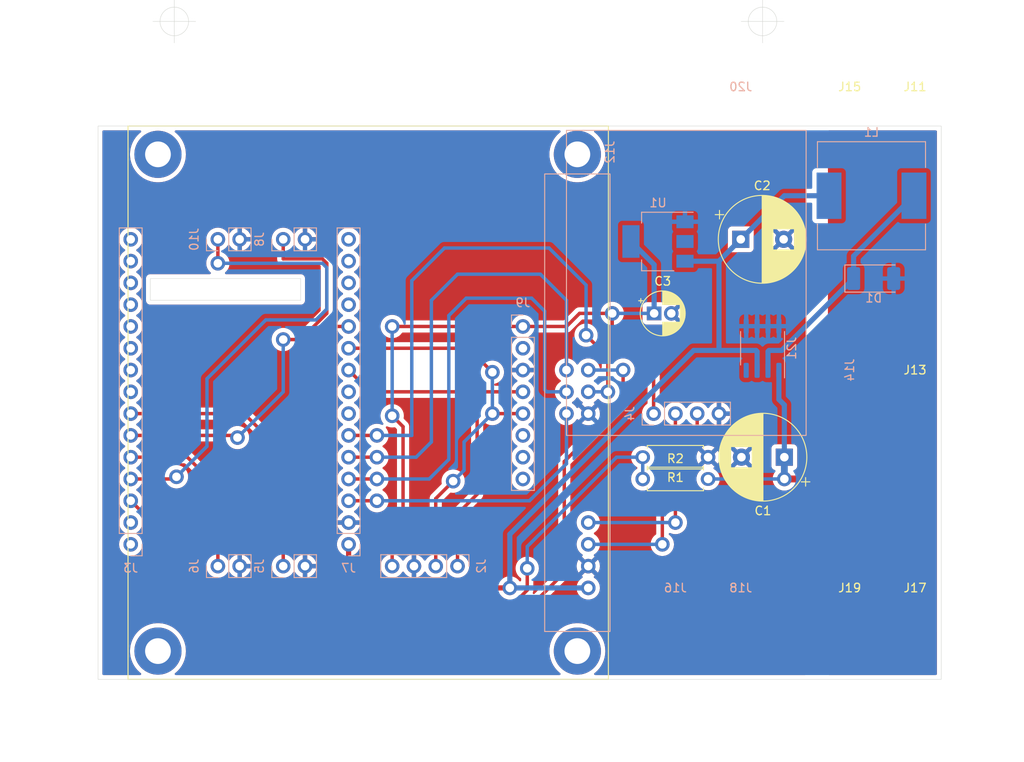
<source format=kicad_pcb>
(kicad_pcb (version 20211014) (generator pcbnew)
  (layers (0 "F.Cu" signal) (31 "B.Cu" signal) (34 "B.Paste" user) (35 "F.Paste" user) (36 "B.SilkS" user "B.Silkscreen") (37 "F.SilkS" user "F.Silkscreen") (38 "B.Mask" user) (39 "F.Mask" user) (44 "Edge.Cuts" user))
  (net 0 "")
  (net 13 "Net-(J1-Pad3)")
  (net 14 "Net-(J1-Pad4)")
  (net 23 "+5V")
  (net 24 "GNDREF")
  (net 25 "+3V3")
  (net 26 "Net-(J1-Pad8)")
  (net 27 "Net-(J1-Pad10)")
  (net 28 "Net-(J1-Pad6)")
  (net 29 "Net-(J3-Pad5)")
  (net 30 "Net-(J3-Pad6)")
  (net 31 "Net-(J3-Pad7)")
  (net 32 "Net-(J1-Pad7)")
  (net 33 "Net-(J1-Pad9)")
  (net 34 "Net-(J10-Pad1)")
  (net 35 "+12V")
  (net 36 "Net-(J7-Pad11)")
  (net 37 "Net-(D1-Pad1)")
  (net 39 "Net-(J2-Pad1)")
  (net 40 "Net-(J2-Pad2)")
  (footprint "my_footprint_lib:power_connector" (layer "F.Cu") (at 182.88 144.78)
    (fp_text reference "J17" (at 0 -7.62 unlocked) (layer "F.SilkS"))
    (fp_text value "fl+")
    (pad "1" smd rect (at 0 0) (size 5 5) (layers "F.Cu" "F.Paste" "F.Mask") (net 35 "+12V"))
  )
  (footprint "Capacitor_THT:CP_Radial_D10.0mm_P5.00mm" (layer "F.Cu") (at 167.64 121.92 180)
    (fp_text reference "C1" (at 2.5 -6.25) (layer "F.SilkS"))
    (fp_text value "470uF")
    (pad "1" thru_hole rect locked (at 0 0 180) (size 2 2) (drill 1) (layers *.Cu *.Mask) (net 35 "+12V"))
    (pad "2" thru_hole circle locked (at 5 0 180) (size 2 2) (drill 1) (layers *.Cu *.Mask) (net 24 "GNDREF"))
  )
  (footprint "my_footprint_lib:power_connector" (layer "F.Cu") (at 175.26 144.78)
    (fp_text reference "J19" (at 0 -7.62 unlocked) (layer "F.SilkS"))
    (fp_text value "battery+")
    (pad "1" smd rect (at 0 0) (size 5 5) (layers "F.Cu" "F.Paste" "F.Mask") (net 35 "+12V"))
  )
  (footprint "my_footprint_lib:power_connector" (layer "F.Cu") (at 182.88 119.38)
    (fp_text reference "J13" (at 0 -7.62 unlocked) (layer "F.SilkS"))
    (fp_text value "bl+")
    (pad "1" smd rect (at 0 0) (size 5 5) (layers "F.Cu" "F.Paste" "F.Mask") (net 35 "+12V"))
  )
  (footprint "my_footprint_lib:power_connector" (layer "F.Cu") (at 182.88 86.36)
    (fp_text reference "J11" (at 0 -7.62 unlocked) (layer "F.SilkS"))
    (fp_text value "br+")
    (pad "1" smd rect (at 0 0) (size 5 5) (layers "F.Cu" "F.Paste" "F.Mask") (net 35 "+12V"))
  )
  (footprint "Resistor_THT:R_Axial_DIN0207_L6.3mm_D2.5mm_P7.62mm_Horizontal" (layer "F.Cu") (at 158.75 121.92 180)
    (fp_text reference "R1" (at 3.81 -2.37) (layer "F.SilkS"))
    (fp_text value "1.5K")
    (pad "1" thru_hole circle locked (at 0 0 180) (size 1.7 1.7) (drill 1) (layers *.Cu *.Mask) (net 24 "GNDREF"))
    (pad "2" thru_hole oval locked (at 7.62 0 180) (size 1.7 1.6) (drill 1) (layers *.Cu *.Mask) (net 36 "Net-(J7-Pad11)"))
  )
  (footprint "Capacitor_THT:CP_Radial_D10.0mm_P5.00mm" (layer "F.Cu") (at 162.56 96.52)
    (fp_text reference "C2" (at 2.5 -6.25) (layer "F.SilkS"))
    (fp_text value "470uF")
    (pad "1" thru_hole rect locked (at 0 0) (size 2 2) (drill 1) (layers *.Cu *.Mask) (net 23 "+5V"))
    (pad "2" thru_hole circle locked (at 5 0) (size 2 2) (drill 1) (layers *.Cu *.Mask) (net 24 "GNDREF"))
  )
  (footprint "MountingHole:MountingHole_3mm" (layer "F.Cu") (at 94.615 144.526)
    (fp_text reference "REF**" hide)
    (fp_text value "MountingHole_3mm")
    (pad "" np_thru_hole circle locked (at 0 0) (size 5.5 5.5) (drill 3) (layers F&B.Cu *.Mask))
  )
  (footprint "Resistor_THT:R_Axial_DIN0207_L6.3mm_D2.5mm_P7.62mm_Horizontal" (layer "F.Cu") (at 151.13 124.46)
    (fp_text reference "R2" (at 3.81 -2.37) (layer "F.SilkS"))
    (fp_text value "8K")
    (pad "1" thru_hole circle locked (at 0 0) (size 1.7 1.7) (drill 1) (layers *.Cu *.Mask) (net 36 "Net-(J7-Pad11)"))
    (pad "2" thru_hole oval locked (at 7.62 0) (size 1.7 1.6) (drill 1) (layers *.Cu *.Mask) (net 35 "+12V"))
  )
  (footprint "MountingHole:MountingHole_3mm" (layer "F.Cu") (at 143.51 86.614)
    (fp_text reference "REF**" hide)
    (fp_text value "MountingHole_3mm")
    (pad "" np_thru_hole circle locked (at 0 0) (size 5.5 5.5) (drill 3) (layers F&B.Cu *.Mask))
  )
  (footprint "MountingHole:MountingHole_3mm" (layer "F.Cu") (at 143.51 144.526)
    (fp_text reference "REF**" hide)
    (fp_text value "MountingHole_3mm")
    (pad "" np_thru_hole circle locked (at 0 0) (size 5.5 5.5) (drill 3) (layers F&B.Cu *.Mask))
  )
  (footprint "my_footprint_lib:power_connector" (layer "F.Cu") (at 175.26 86.36)
    (fp_text reference "J15" (at 0 -7.62 unlocked) (layer "F.SilkS"))
    (fp_text value "fr+")
    (pad "1" smd rect (at 0 0) (size 5 5) (layers "F.Cu" "F.Paste" "F.Mask") (net 35 "+12V"))
  )
  (footprint "MountingHole:MountingHole_3mm" (layer "F.Cu") (at 94.615 86.614)
    (fp_text reference "REF**" hide)
    (fp_text value "MountingHole_3mm")
    (pad "" np_thru_hole circle locked (at 0 0) (size 5.5 5.5) (drill 3) (layers F&B.Cu *.Mask))
  )
  (footprint "Capacitor_THT:CP_Radial_D5.0mm_P2.00mm" (layer "F.Cu") (at 152.460888 105.156)
    (fp_text reference "C3" (at 1 -3.75) (layer "F.SilkS"))
    (fp_text value "22uF")
    (pad "1" thru_hole rect locked (at 0 0) (size 1.7 1.6) (drill 1) (layers *.Cu *.Mask) (net 25 "+3V3"))
    (pad "2" thru_hole circle locked (at 2 0) (size 1.7 1.7) (drill 1) (layers *.Cu *.Mask) (net 24 "GNDREF"))
  )
  (footprint "Connector_PinSocket_2.54mm:PinSocket_1x04_P2.54mm_Vertical" (layer "B.Cu") (at 129.54 134.62 90)
    (fp_text reference "J2" (at 0 2.77 90) (layer "B.SilkS") (effects (justify mirror)))
    (fp_text value "distance")
    (pad "1" thru_hole circle locked (at 0 0 90) (size 1.7 1.7) (drill 1) (layers *.Cu *.Mask) (net 39 "Net-(J2-Pad1)"))
    (pad "2" thru_hole oval locked (at 0 -2.54 90) (size 1.7 1.7) (drill 1) (layers *.Cu *.Mask) (net 40 "Net-(J2-Pad2)"))
    (pad "3" thru_hole oval locked (at 0 -5.08 90) (size 1.7 1.7) (drill 1) (layers *.Cu *.Mask) (net 24 "GNDREF"))
    (pad "4" thru_hole oval locked (at 0 -7.62 90) (size 1.7 1.7) (drill 1) (layers *.Cu *.Mask) (net 25 "+3V3"))
  )
  (footprint "Connector_PinSocket_2.54mm:PinSocket_1x02_P2.54mm_Vertical" (layer "B.Cu") (at 109.22 134.62 -90)
    (fp_text reference "J5" (at 0 2.77 90) (layer "B.SilkS") (effects (justify mirror)))
    (fp_text value "BR")
    (pad "1" thru_hole circle locked (at 0 0 270) (size 1.7 1.7) (drill 1) (layers *.Cu *.Mask) (net 31 "Net-(J3-Pad7)"))
    (pad "2" thru_hole oval locked (at 0 -2.54 270) (size 1.7 1.7) (drill 1) (layers *.Cu *.Mask) (net 24 "GNDREF"))
  )
  (footprint "my_footprint_lib:power_connector" (layer "B.Cu") (at 162.56 86.36 180)
    (fp_text reference "J20" (at 0 7.62 unlocked) (layer "B.SilkS") (effects (justify mirror)))
    (fp_text value "battery-")
    (pad "1" smd rect (at 0 0 180) (size 5 5) (layers "B.Cu" "B.Paste" "B.Mask") (net 24 "GNDREF"))
  )
  (footprint "Connector_PinSocket_2.54mm:PinSocket_1x15_P2.54mm_Vertical" (layer "B.Cu") (at 91.44 132.08)
    (fp_text reference "J3" (at 0 2.77) (layer "B.SilkS") (effects (justify mirror)))
    (fp_text value "esp32_left")
    (pad "1" thru_hole circle locked (at 0 0) (size 1.7 1.7) (drill 1) (layers *.Cu *.Mask))
    (pad "2" thru_hole oval locked (at 0 -2.54) (size 1.7 1.7) (drill 1) (layers *.Cu *.Mask))
    (pad "3" thru_hole oval locked (at 0 -5.08) (size 1.7 1.7) (drill 1) (layers *.Cu *.Mask) (net 32 "Net-(J1-Pad7)"))
    (pad "4" thru_hole oval locked (at 0 -7.62) (size 1.7 1.7) (drill 1) (layers *.Cu *.Mask) (net 34 "Net-(J10-Pad1)"))
    (pad "5" thru_hole oval locked (at 0 -10.16) (size 1.7 1.7) (drill 1) (layers *.Cu *.Mask) (net 29 "Net-(J3-Pad5)"))
    (pad "6" thru_hole oval locked (at 0 -12.7) (size 1.7 1.7) (drill 1) (layers *.Cu *.Mask) (net 30 "Net-(J3-Pad6)"))
    (pad "7" thru_hole oval locked (at 0 -15.24) (size 1.7 1.7) (drill 1) (layers *.Cu *.Mask) (net 31 "Net-(J3-Pad7)"))
    (pad "8" thru_hole oval locked (at 0 -17.78) (size 1.7 1.7) (drill 1) (layers *.Cu *.Mask))
    (pad "9" thru_hole oval locked (at 0 -20.32) (size 1.7 1.7) (drill 1) (layers *.Cu *.Mask))
    (pad "10" thru_hole oval locked (at 0 -22.86) (size 1.7 1.7) (drill 1) (layers *.Cu *.Mask))
    (pad "11" thru_hole oval locked (at 0 -25.4) (size 1.7 1.7) (drill 1) (layers *.Cu *.Mask))
    (pad "12" thru_hole oval locked (at 0 -27.94) (size 1.7 1.7) (drill 1) (layers *.Cu *.Mask))
    (pad "13" thru_hole oval locked (at 0 -30.48) (size 1.7 1.7) (drill 1) (layers *.Cu *.Mask))
    (pad "14" thru_hole oval locked (at 0 -33.02) (size 1.7 1.7) (drill 1) (layers *.Cu *.Mask))
    (pad "15" thru_hole oval locked (at 0 -35.56) (size 1.7 1.7) (drill 1) (layers *.Cu *.Mask))
  )
  (footprint "Connector_PinSocket_2.54mm:PinSocket_1x02_P2.54mm_Vertical" (layer "B.Cu") (at 101.6 134.62 -90)
    (fp_text reference "J6" (at 0 2.77 90) (layer "B.SilkS") (effects (justify mirror)))
    (fp_text value "FR")
    (pad "1" thru_hole circle locked (at 0 0 270) (size 1.7 1.7) (drill 1) (layers *.Cu *.Mask) (net 29 "Net-(J3-Pad5)"))
    (pad "2" thru_hole oval locked (at 0 -2.54 270) (size 1.7 1.7) (drill 1) (layers *.Cu *.Mask) (net 24 "GNDREF"))
  )
  (footprint "my_footprint_lib:my_rpi_pins" (layer "B.Cu") (at 142.24 114.3)
    (fp_text reference "J1" (at 1.27 30.48 180 unlocked) (layer "B.SilkS") (effects (justify mirror)))
    (fp_text value "RPi")
    (pad "1" thru_hole circle (at 2.54 22.86) (size 1.7 1.7) (drill 1) (layers *.Cu *.Mask) (net 23 "+5V"))
    (pad "2" thru_hole circle (at 2.54 20.32) (size 1.7 1.7) (drill 1) (layers *.Cu *.Mask) (net 24 "GNDREF"))
    (pad "3" thru_hole circle (at 2.54 17.78) (size 1.7 1.7) (drill 1) (layers *.Cu *.Mask) (net 13 "Net-(J1-Pad3)"))
    (pad "4" thru_hole circle (at 2.54 15.24) (size 1.7 1.7) (drill 1) (layers *.Cu *.Mask) (net 14 "Net-(J1-Pad4)"))
    (pad "5" thru_hole circle (at 2.54 2.54) (size 1.7 1.7) (drill 1) (layers *.Cu *.Mask) (net 24 "GNDREF"))
    (pad "6" thru_hole circle (at 2.54 0) (size 1.7 1.7) (drill 1) (layers *.Cu *.Mask) (net 28 "Net-(J1-Pad6)"))
    (pad "7" thru_hole circle (at 2.54 -2.54) (size 1.7 1.7) (drill 1) (layers *.Cu *.Mask) (net 32 "Net-(J1-Pad7)"))
    (pad "8" thru_hole circle (at 0 -2.54) (size 1.7 1.7) (drill 1) (layers *.Cu *.Mask) (net 26 "Net-(J1-Pad8)"))
    (pad "9" thru_hole circle (at 0 0) (size 1.7 1.7) (drill 1) (layers *.Cu *.Mask) (net 33 "Net-(J1-Pad9)"))
    (pad "10" thru_hole circle (at 0 2.54) (size 1.7 1.7) (drill 1) (layers *.Cu *.Mask) (net 27 "Net-(J1-Pad10)"))
  )
  (footprint "Connector_PinSocket_2.54mm:PinSocket_1x04_P2.54mm_Vertical" (layer "B.Cu") (at 152.4 116.84 -90)
    (fp_text reference "J4" (at 0 2.77 90) (layer "B.SilkS") (effects (justify mirror)))
    (fp_text value "gps")
    (pad "1" thru_hole circle locked (at 0 0 270) (size 1.7 1.7) (drill 1) (layers *.Cu *.Mask) (net 25 "+3V3"))
    (pad "2" thru_hole oval locked (at 0 -2.54 270) (size 1.7 1.7) (drill 1) (layers *.Cu *.Mask) (net 13 "Net-(J1-Pad3)"))
    (pad "3" thru_hole oval locked (at 0 -5.08 270) (size 1.7 1.7) (drill 1) (layers *.Cu *.Mask) (net 14 "Net-(J1-Pad4)"))
    (pad "4" thru_hole oval locked (at 0 -7.62 270) (size 1.7 1.7) (drill 1) (layers *.Cu *.Mask) (net 24 "GNDREF"))
  )
  (footprint "Connector_PinSocket_2.54mm:PinSocket_1x02_P2.54mm_Vertical" (layer "B.Cu") (at 109.22 96.52 -90)
    (fp_text reference "J8" (at 0 2.77 90) (layer "B.SilkS") (effects (justify mirror)))
    (fp_text value "BL")
    (pad "1" thru_hole circle locked (at 0 0 270) (size 1.7 1.7) (drill 1) (layers *.Cu *.Mask) (net 30 "Net-(J3-Pad6)"))
    (pad "2" thru_hole oval locked (at 0 -2.54 270) (size 1.7 1.7) (drill 1) (layers *.Cu *.Mask) (net 24 "GNDREF"))
  )
  (footprint "Package_TO_SOT_SMD:SOT-223-3_TabPin2" (layer "B.Cu") (at 152.908 96.774 180)
    (fp_text reference "U1" (at 0 4.5) (layer "B.SilkS") (effects (justify mirror)))
    (fp_text value "AMS1117-3.3")
    (pad "1" smd rect locked (at -3.15 2.3 180) (size 2 1.5) (layers "B.Cu" "B.Paste" "B.Mask") (net 24 "GNDREF"))
    (pad "2" smd rect locked (at 3.15 0 180) (size 2 3.8) (layers "B.Cu" "B.Paste" "B.Mask") (net 25 "+3V3"))
    (pad "2" smd rect locked (at -3.15 0 180) (size 2 1.5) (layers "B.Cu" "B.Paste" "B.Mask") (net 25 "+3V3"))
    (pad "3" smd rect locked (at -3.15 -2.3 180) (size 2 1.5) (layers "B.Cu" "B.Paste" "B.Mask") (net 23 "+5V"))
  )
  (footprint "Inductor_SMD:L_12x12mm_H8mm" (layer "B.Cu") (at 177.8 91.44 180)
    (fp_text reference "L1" (at 0 7.4) (layer "B.SilkS") (effects (justify mirror)))
    (fp_text value "68uH")
    (pad "1" smd rect locked (at -4.95 0 180) (size 2.9 5.4) (layers "B.Cu" "B.Paste" "B.Mask") (net 37 "Net-(D1-Pad1)"))
    (pad "2" smd rect locked (at 4.95 0 180) (size 2.9 5.4) (layers "B.Cu" "B.Paste" "B.Mask") (net 23 "+5V"))
  )
  (footprint "my_footprint_lib:power_connector" (layer "B.Cu") (at 154.94 144.78 180)
    (fp_text reference "J16" (at 0 7.62 unlocked) (layer "B.SilkS") (effects (justify mirror)))
    (fp_text value "fr-")
    (pad "1" smd rect (at 0 0 180) (size 5 5) (layers "B.Cu" "B.Paste" "B.Mask") (net 24 "GNDREF"))
  )
  (footprint "my_footprint_lib:power_connector" (layer "B.Cu") (at 162.56 144.78 180)
    (fp_text reference "J18" (at 0 7.62 unlocked) (layer "B.SilkS") (effects (justify mirror)))
    (fp_text value "fl-")
    (pad "1" smd rect (at 0 0 180) (size 5 5) (layers "B.Cu" "B.Paste" "B.Mask") (net 24 "GNDREF"))
  )
  (footprint "Package_SO:SO-8_3.9x4.9mm_P1.27mm" (layer "B.Cu") (at 165.1 109.22 90)
    (fp_text reference "J21" (at 0 3.4 90) (layer "B.SilkS") (effects (justify mirror)))
    (fp_text value "5v voltage reg")
    (pad "1" smd roundrect locked (at -2.575 1.905 90) (size 1.75 0.6) (layers "B.Cu" "B.Paste" "B.Mask") (net 35 "+12V"))
    (pad "2" smd roundrect locked (at -2.575 0.635 90) (size 1.75 0.6) (layers "B.Cu" "B.Paste" "B.Mask") (net 37 "Net-(D1-Pad1)"))
    (pad "3" smd roundrect locked (at -2.575 -0.635 90) (size 1.75 0.6) (layers "B.Cu" "B.Paste" "B.Mask") (net 23 "+5V"))
    (pad "4" smd roundrect locked (at -2.575 -1.905 90) (size 1.75 0.6) (layers "B.Cu" "B.Paste" "B.Mask"))
    (pad "5" smd roundrect locked (at 2.575 -1.905 90) (size 1.75 0.6) (layers "B.Cu" "B.Paste" "B.Mask") (net 24 "GNDREF"))
    (pad "6" smd roundrect locked (at 2.575 -0.635 90) (size 1.75 0.6) (layers "B.Cu" "B.Paste" "B.Mask") (net 24 "GNDREF"))
    (pad "7" smd roundrect locked (at 2.575 0.635 90) (size 1.75 0.6) (layers "B.Cu" "B.Paste" "B.Mask") (net 24 "GNDREF"))
    (pad "8" smd roundrect locked (at 2.575 1.905 90) (size 1.75 0.6) (layers "B.Cu" "B.Paste" "B.Mask") (net 24 "GNDREF"))
  )
  (footprint "my_footprint_lib:power_connector" (layer "B.Cu") (at 154.94 86.36 -90)
    (fp_text reference "J12" (at 0 7.62 90 unlocked) (layer "B.SilkS") (effects (justify mirror)))
    (fp_text value "br-")
    (pad "1" smd rect (at 0 0 270) (size 5 5) (layers "B.Cu" "B.Paste" "B.Mask") (net 24 "GNDREF"))
  )
  (footprint "Connector_PinSocket_2.54mm:PinSocket_1x15_P2.54mm_Vertical" (layer "B.Cu") (at 116.84 132.08)
    (fp_text reference "J7" (at 0 2.77) (layer "B.SilkS") (effects (justify mirror)))
    (fp_text value "esp32_right")
    (pad "1" thru_hole circle locked (at 0 0) (size 1.7 1.7) (drill 1) (layers *.Cu *.Mask) (net 23 "+5V"))
    (pad "2" thru_hole oval locked (at 0 -2.54) (size 1.7 1.7) (drill 1) (layers *.Cu *.Mask) (net 24 "GNDREF"))
    (pad "3" thru_hole oval locked (at 0 -5.08) (size 1.7 1.7) (drill 1) (layers *.Cu *.Mask) (net 27 "Net-(J1-Pad10)"))
    (pad "4" thru_hole oval locked (at 0 -7.62) (size 1.7 1.7) (drill 1) (layers *.Cu *.Mask) (net 33 "Net-(J1-Pad9)"))
    (pad "5" thru_hole oval locked (at 0 -10.16) (size 1.7 1.7) (drill 1) (layers *.Cu *.Mask) (net 26 "Net-(J1-Pad8)"))
    (pad "6" thru_hole oval locked (at 0 -12.7) (size 1.7 1.7) (drill 1) (layers *.Cu *.Mask) (net 28 "Net-(J1-Pad6)"))
    (pad "7" thru_hole oval locked (at 0 -15.24) (size 1.7 1.7) (drill 1) (layers *.Cu *.Mask))
    (pad "8" thru_hole oval locked (at 0 -17.78) (size 1.7 1.7) (drill 1) (layers *.Cu *.Mask))
    (pad "9" thru_hole oval locked (at 0 -20.32) (size 1.7 1.7) (drill 1) (layers *.Cu *.Mask) (net 39 "Net-(J2-Pad1)"))
    (pad "10" thru_hole oval locked (at 0 -22.86) (size 1.7 1.7) (drill 1) (layers *.Cu *.Mask) (net 40 "Net-(J2-Pad2)"))
    (pad "11" thru_hole oval locked (at 0 -25.4) (size 1.7 1.7) (drill 1) (layers *.Cu *.Mask) (net 36 "Net-(J7-Pad11)"))
    (pad "12" thru_hole oval locked (at 0 -27.94) (size 1.7 1.7) (drill 1) (layers *.Cu *.Mask))
    (pad "13" thru_hole oval locked (at 0 -30.48) (size 1.7 1.7) (drill 1) (layers *.Cu *.Mask))
    (pad "14" thru_hole oval locked (at 0 -33.02) (size 1.7 1.7) (drill 1) (layers *.Cu *.Mask))
    (pad "15" thru_hole oval locked (at 0 -35.56) (size 1.7 1.7) (drill 1) (layers *.Cu *.Mask))
  )
  (footprint "Connector_PinSocket_2.54mm:PinSocket_1x08_P2.54mm_Vertical" (layer "B.Cu") (at 137.16 106.68 180)
    (fp_text reference "J9" (at 0 2.77) (layer "B.SilkS") (effects (justify mirror)))
    (fp_text value "mpu")
    (pad "1" thru_hole circle locked (at 0 0 180) (size 1.7 1.7) (drill 1) (layers *.Cu *.Mask) (net 25 "+3V3"))
    (pad "2" thru_hole oval locked (at 0 -2.54 180) (size 1.7 1.7) (drill 1) (layers *.Cu *.Mask))
    (pad "3" thru_hole oval locked (at 0 -5.08 180) (size 1.7 1.7) (drill 1) (layers *.Cu *.Mask) (net 24 "GNDREF"))
    (pad "4" thru_hole oval locked (at 0 -7.62 180) (size 1.7 1.7) (drill 1) (layers *.Cu *.Mask) (net 39 "Net-(J2-Pad1)"))
    (pad "5" thru_hole oval locked (at 0 -10.16 180) (size 1.7 1.7) (drill 1) (layers *.Cu *.Mask) (net 40 "Net-(J2-Pad2)"))
    (pad "6" thru_hole oval locked (at 0 -12.7 180) (size 1.7 1.7) (drill 1) (layers *.Cu *.Mask))
    (pad "7" thru_hole oval locked (at 0 -15.24 180) (size 1.7 1.7) (drill 1) (layers *.Cu *.Mask))
    (pad "8" thru_hole oval locked (at 0 -17.78 180) (size 1.7 1.7) (drill 1) (layers *.Cu *.Mask))
  )
  (footprint "Connector_PinSocket_2.54mm:PinSocket_1x02_P2.54mm_Vertical" (layer "B.Cu") (at 101.6 96.52 -90)
    (fp_text reference "J10" (at 0 2.77 90) (layer "B.SilkS") (effects (justify mirror)))
    (fp_text value "FL")
    (pad "1" thru_hole circle locked (at 0 0 270) (size 1.7 1.7) (drill 1) (layers *.Cu *.Mask) (net 34 "Net-(J10-Pad1)"))
    (pad "2" thru_hole oval locked (at 0 -2.54 270) (size 1.7 1.7) (drill 1) (layers *.Cu *.Mask) (net 24 "GNDREF"))
  )
  (footprint "Diode_SMD:D_2010_5025Metric_Pad1.52x2.65mm_HandSolder" (layer "B.Cu") (at 178.054 101.092)
    (fp_text reference "D1" (at 0 2.28) (layer "B.SilkS") (effects (justify mirror)))
    (fp_text value "D_Schottky")
    (pad "1" smd roundrect locked (at -2.3375 0) (size 1.525 2.65) (layers "B.Cu" "B.Paste" "B.Mask") (roundrect_rratio 0.1639337705) (net 37 "Net-(D1-Pad1)"))
    (pad "2" smd roundrect locked (at 2.3375 0) (size 1.525 2.65) (layers "B.Cu" "B.Paste" "B.Mask") (roundrect_rratio 0.1639337705) (net 24 "GNDREF"))
  )
  (footprint "my_footprint_lib:power_connector" (layer "B.Cu") (at 182.88 111.76 -90)
    (fp_text reference "J14" (at 0 7.62 90 unlocked) (layer "B.SilkS") (effects (justify mirror)))
    (fp_text value "bl-")
    (pad "1" smd rect (at 0 0 270) (size 5 5) (layers "B.Cu" "B.Paste" "B.Mask") (net 24 "GNDREF"))
  )
  (gr_rect (start 142.24 83.82) (end 170.18 119.38) (layer "B.SilkS") (width 0.12) (fill none))
  (gr_rect (start 147.126 83.312) (end 91.126 147.812) (layer "F.SilkS") (width 0.12) (fill none))
  (gr_rect (start 93.726 101.092) (end 111.252 103.632) (layer "Edge.Cuts") (width 0.05) (fill none))
  (gr_rect (start 87.63 83.312) (end 185.928 147.828) (layer "Edge.Cuts") (width 0.05) (fill none))
  (target plus (at 96.52 71.12) (size 5) (width 0.05) (layer "Edge.Cuts"))
  (target plus (at 165.1 71.12) (size 5) (width 0.05) (layer "Edge.Cuts"))
  (segment (start 153.416 121.92) (end 153.416 132.08) (width 0.4) (layer "F.Cu") (net 13))
  (segment (start 154.94 116.84) (end 154.94 120.396) (width 0.4) (layer "F.Cu") (net 13))
  (segment (start 154.94 120.396) (end 153.416 121.92) (width 0.4) (layer "F.Cu") (net 13))
  (via (at 153.416 132.08) (size 1.7) (drill 1) (layers "F.Cu" "B.Cu") (net 13))
  (segment (start 153.416 132.08) (end 144.78 132.08) (width 0.4) (layer "B.Cu") (net 13))
  (segment (start 154.94 122.174) (end 157.48 119.634) (width 0.4) (layer "F.Cu") (net 14))
  (segment (start 154.94 129.54) (end 154.94 122.174) (width 0.4) (layer "F.Cu") (net 14))
  (segment (start 157.48 119.634) (end 157.48 116.84) (width 0.4) (layer "F.Cu") (net 14))
  (via (at 154.94 129.54) (size 1.7) (drill 1) (layers "F.Cu" "B.Cu") (net 14))
  (segment (start 144.78 129.54) (end 154.94 129.54) (width 0.4) (layer "B.Cu") (net 14))
  (segment (start 116.84 134.366) (end 119.634 137.16) (width 0.6) (layer "F.Cu") (net 23))
  (segment (start 119.634 137.16) (end 135.636 137.16) (width 0.6) (layer "F.Cu") (net 23))
  (segment (start 116.84 132.08) (end 116.84 134.366) (width 0.6) (layer "F.Cu") (net 23))
  (via (at 135.636 137.16) (size 1.7) (drill 1) (layers "F.Cu" "B.Cu") (net 23))
  (segment (start 164.338 109.474) (end 160.02 109.474) (width 0.6) (layer "B.Cu") (net 23))
  (segment (start 164.465 111.795) (end 164.465 109.601) (width 0.6) (layer "B.Cu") (net 23))
  (segment (start 156.058 99.074) (end 160.006 99.074) (width 0.6) (layer "B.Cu") (net 23))
  (segment (start 172.85 91.44) (end 167.64 91.44) (width 0.6) (layer "B.Cu") (net 23))
  (segment (start 160.02 109.474) (end 157.066978 109.474) (width 0.6) (layer "B.Cu") (net 23))
  (segment (start 164.465 109.601) (end 164.338 109.474) (width 0.6) (layer "B.Cu") (net 23))
  (segment (start 160.006 99.074) (end 160.02 99.06) (width 0.6) (layer "B.Cu") (net 23))
  (segment (start 160.02 109.474) (end 160.02 99.06) (width 0.6) (layer "B.Cu") (net 23))
  (segment (start 167.64 91.44) (end 162.56 96.52) (width 0.6) (layer "B.Cu") (net 23))
  (segment (start 160.02 99.06) (end 162.56 96.52) (width 0.6) (layer "B.Cu") (net 23))
  (segment (start 135.636 137.16) (end 144.78 137.16) (width 0.6) (layer "B.Cu") (net 23))
  (segment (start 157.066978 109.474) (end 135.636 130.904978) (width 0.6) (layer "B.Cu") (net 23))
  (segment (start 135.636 130.904978) (end 135.636 137.16) (width 0.6) (layer "B.Cu") (net 23))
  (segment (start 147.574 107.188) (end 152.4 112.014) (width 0.4) (layer "F.Cu") (net 25))
  (segment (start 147.574 105.156) (end 147.574 107.188) (width 0.4) (layer "F.Cu") (net 25))
  (segment (start 121.92 129.286) (end 121.92 134.62) (width 0.4) (layer "F.Cu") (net 25))
  (segment (start 152.4 116.84) (end 152.4 112.014) (width 0.4) (layer "F.Cu") (net 25))
  (segment (start 137.16 106.68) (end 122.174 106.68) (width 0.4) (layer "F.Cu") (net 25))
  (segment (start 123.19 128.016) (end 121.92 129.286) (width 0.4) (layer "F.Cu") (net 25))
  (segment (start 123.19 118.364) (end 123.19 128.016) (width 0.4) (layer "F.Cu") (net 25))
  (segment (start 121.92 106.934) (end 121.92 106.68) (width 0.4) (layer "F.Cu") (net 25))
  (segment (start 122.174 106.68) (end 121.92 106.934) (width 0.4) (layer "F.Cu") (net 25))
  (segment (start 121.92 117.094) (end 123.19 118.364) (width 0.4) (layer "F.Cu") (net 25))
  (segment (start 143.764 105.156) (end 147.574 105.156) (width 0.4) (layer "F.Cu") (net 25))
  (segment (start 142.24 106.68) (end 143.764 105.156) (width 0.4) (layer "F.Cu") (net 25))
  (segment (start 137.16 106.68) (end 142.24 106.68) (width 0.4) (layer "F.Cu") (net 25))
  (via (at 121.92 106.68) (size 1.7) (drill 1) (layers "F.Cu" "B.Cu") (net 25))
  (via (at 121.92 117.094) (size 1.7) (drill 1) (layers "F.Cu" "B.Cu") (net 25))
  (via (at 147.574 105.156) (size 1.7) (drill 1) (layers "F.Cu" "B.Cu") (net 25))
  (segment (start 152.460888 99.476888) (end 149.758 96.774) (width 0.6) (layer "B.Cu") (net 25))
  (segment (start 152.460888 105.156) (end 152.460888 99.476888) (width 0.6) (layer "B.Cu") (net 25))
  (segment (start 152.460888 105.156) (end 147.574 105.156) (width 0.4) (layer "B.Cu") (net 25))
  (segment (start 121.92 106.68) (end 121.92 117.094) (width 0.4) (layer "B.Cu") (net 25))
  (segment (start 116.84 121.92) (end 120.142 121.92) (width 0.4) (layer "F.Cu") (net 26))
  (via (at 120.142 121.92) (size 1.7) (drill 1) (layers "F.Cu" "B.Cu") (net 26))
  (segment (start 139.192 100.584) (end 129.54 100.584) (width 0.4) (layer "B.Cu") (net 26))
  (segment (start 126.492 120.142) (end 124.714 121.92) (width 0.4) (layer "B.Cu") (net 26))
  (segment (start 142.24 103.632) (end 139.192 100.584) (width 0.4) (layer "B.Cu") (net 26))
  (segment (start 124.714 121.92) (end 120.142 121.92) (width 0.4) (layer "B.Cu") (net 26))
  (segment (start 142.24 111.76) (end 142.24 103.632) (width 0.4) (layer "B.Cu") (net 26))
  (segment (start 129.54 100.584) (end 126.492 103.632) (width 0.4) (layer "B.Cu") (net 26))
  (segment (start 126.492 103.632) (end 126.492 120.142) (width 0.4) (layer "B.Cu") (net 26))
  (segment (start 116.84 127) (end 120.142 127) (width 0.4) (layer "F.Cu") (net 27))
  (via (at 120.142 127) (size 1.7) (drill 1) (layers "F.Cu" "B.Cu") (net 27))
  (segment (start 142.24 122.682) (end 138.176 126.746) (width 0.4) (layer "B.Cu") (net 27))
  (segment (start 138.176 126.746) (end 137.922 127) (width 0.4) (layer "B.Cu") (net 27))
  (segment (start 137.922 127) (end 120.142 127) (width 0.4) (layer "B.Cu") (net 27))
  (segment (start 142.24 116.84) (end 142.24 122.682) (width 0.4) (layer "B.Cu") (net 27))
  (segment (start 147.066 114.3) (end 147.066 110.236) (width 0.4) (layer "F.Cu") (net 28))
  (segment (start 147.066 110.236) (end 144.526 107.696) (width 0.4) (layer "F.Cu") (net 28))
  (segment (start 120.142 119.38) (end 116.84 119.38) (width 0.4) (layer "F.Cu") (net 28))
  (via (at 144.526 107.696) (size 1.7) (drill 1) (layers "F.Cu" "B.Cu") (net 28))
  (via (at 120.142 119.38) (size 1.7) (drill 1) (layers "F.Cu" "B.Cu") (net 28))
  (via (at 147.066 114.3) (size 1.7) (drill 1) (layers "F.Cu" "B.Cu") (net 28))
  (segment (start 120.142 119.38) (end 124.206 119.38) (width 0.4) (layer "B.Cu") (net 28))
  (segment (start 140.208 97.536) (end 144.526 101.854) (width 0.4) (layer "B.Cu") (net 28))
  (segment (start 144.78 114.3) (end 147.066 114.3) (width 0.4) (layer "B.Cu") (net 28))
  (segment (start 128.016 97.536) (end 140.208 97.536) (width 0.4) (layer "B.Cu") (net 28))
  (segment (start 124.206 119.38) (end 124.206 101.346) (width 0.4) (layer "B.Cu") (net 28))
  (segment (start 124.206 101.346) (end 128.016 97.536) (width 0.4) (layer "B.Cu") (net 28))
  (segment (start 144.526 101.854) (end 144.526 107.696) (width 0.4) (layer "B.Cu") (net 28))
  (segment (start 98.044 121.92) (end 91.44 121.92) (width 0.4) (layer "F.Cu") (net 29))
  (segment (start 101.6 125.476) (end 98.044 121.92) (width 0.4) (layer "F.Cu") (net 29))
  (segment (start 101.6 134.62) (end 101.6 125.476) (width 0.4) (layer "F.Cu") (net 29))
  (segment (start 111.252 108.204) (end 114.3 105.156) (width 0.4) (layer "F.Cu") (net 30))
  (segment (start 113.792 98.806) (end 109.22 98.806) (width 0.4) (layer "F.Cu") (net 30))
  (segment (start 103.632 119.38) (end 103.886 119.634) (width 0.3) (layer "F.Cu") (net 30))
  (segment (start 109.22 98.806) (end 109.22 96.52) (width 0.4) (layer "F.Cu") (net 30))
  (segment (start 91.44 119.38) (end 103.632 119.38) (width 0.4) (layer "F.Cu") (net 30))
  (segment (start 114.3 105.156) (end 114.3 99.314) (width 0.4) (layer "F.Cu") (net 30))
  (segment (start 114.3 99.314) (end 113.792 98.806) (width 0.4) (layer "F.Cu") (net 30))
  (segment (start 109.22 108.204) (end 111.252 108.204) (width 0.4) (layer "F.Cu") (net 30))
  (via (at 103.886 119.634) (size 1.7) (drill 1) (layers "F.Cu" "B.Cu") (net 30))
  (via (at 109.22 108.204) (size 1.7) (drill 1) (layers "F.Cu" "B.Cu") (net 30))
  (segment (start 103.886 119.634) (end 109.22 114.3) (width 0.4) (layer "B.Cu") (net 30))
  (segment (start 109.22 114.3) (end 109.22 108.204) (width 0.4) (layer "B.Cu") (net 30))
  (segment (start 109.22 121.412) (end 104.648 116.84) (width 0.4) (layer "F.Cu") (net 31))
  (segment (start 104.648 116.84) (end 91.44 116.84) (width 0.4) (layer "F.Cu") (net 31))
  (segment (start 109.22 134.62) (end 109.22 121.412) (width 0.4) (layer "F.Cu") (net 31))
  (segment (start 97.79 133.35) (end 97.79 137.16) (width 0.4) (layer "F.Cu") (net 32))
  (segment (start 141.986 135.382) (end 141.986 122.428) (width 0.4) (layer "F.Cu") (net 32))
  (segment (start 141.986 122.428) (end 148.844 115.57) (width 0.4) (layer "F.Cu") (net 32))
  (segment (start 102.87 142.24) (end 135.128 142.24) (width 0.4) (layer "F.Cu") (net 32))
  (segment (start 97.79 137.16) (end 102.87 142.24) (width 0.4) (layer "F.Cu") (net 32))
  (segment (start 91.44 127) (end 97.79 133.35) (width 0.4) (layer "F.Cu") (net 32))
  (segment (start 148.844 115.57) (end 148.844 111.76) (width 0.4) (layer "F.Cu") (net 32))
  (segment (start 135.128 142.24) (end 141.986 135.382) (width 0.4) (layer "F.Cu") (net 32))
  (via (at 148.844 111.76) (size 1.7) (drill 1) (layers "F.Cu" "B.Cu") (net 32))
  (segment (start 144.78 111.76) (end 148.844 111.76) (width 0.4) (layer "B.Cu") (net 32))
  (segment (start 116.84 124.46) (end 120.142 124.46) (width 0.4) (layer "F.Cu") (net 33))
  (via (at 120.142 124.46) (size 1.7) (drill 1) (layers "F.Cu" "B.Cu") (net 33))
  (segment (start 139.7 104.902) (end 138.176 103.378) (width 0.4) (layer "B.Cu") (net 33))
  (segment (start 130.556 103.378) (end 128.524 105.41) (width 0.4) (layer "B.Cu") (net 33))
  (segment (start 139.7 114.046) (end 139.7 104.902) (width 0.4) (layer "B.Cu") (net 33))
  (segment (start 128.524 105.41) (end 128.524 122.174) (width 0.4) (layer "B.Cu") (net 33))
  (segment (start 128.524 122.174) (end 126.238 124.46) (width 0.4) (layer "B.Cu") (net 33))
  (segment (start 126.238 124.46) (end 120.142 124.46) (width 0.4) (layer "B.Cu") (net 33))
  (segment (start 138.176 103.378) (end 130.556 103.378) (width 0.4) (layer "B.Cu") (net 33))
  (segment (start 139.954 114.3) (end 139.7 114.046) (width 0.4) (layer "B.Cu") (net 33))
  (segment (start 142.24 114.3) (end 139.954 114.3) (width 0.4) (layer "B.Cu") (net 33))
  (segment (start 101.6 99.314) (end 101.6 96.52) (width 0.4) (layer "F.Cu") (net 34))
  (segment (start 96.52 124.46) (end 96.774 124.206) (width 0.3) (layer "F.Cu") (net 34))
  (segment (start 91.44 124.46) (end 96.52 124.46) (width 0.4) (layer "F.Cu") (net 34))
  (via (at 96.774 124.206) (size 1.7) (drill 1) (layers "F.Cu" "B.Cu") (net 34))
  (via (at 101.6 99.314) (size 1.7) (drill 1) (layers "F.Cu" "B.Cu") (net 34))
  (segment (start 96.774 124.206) (end 100.33 120.65) (width 0.4) (layer "B.Cu") (net 34))
  (segment (start 114.3 104.648) (end 114.3 99.822) (width 0.4) (layer "B.Cu") (net 34))
  (segment (start 114.3 99.822) (end 114.046 99.568) (width 0.4) (layer "B.Cu") (net 34))
  (segment (start 114.046 99.568) (end 113.792 99.314) (width 0.4) (layer "B.Cu") (net 34))
  (segment (start 100.33 112.776) (end 107.188 105.918) (width 0.4) (layer "B.Cu") (net 34))
  (segment (start 107.696 105.918) (end 113.03 105.918) (width 0.4) (layer "B.Cu") (net 34))
  (segment (start 107.188 105.918) (end 107.696 105.918) (width 0.4) (layer "B.Cu") (net 34))
  (segment (start 113.03 105.918) (end 114.3 104.648) (width 0.4) (layer "B.Cu") (net 34))
  (segment (start 100.33 120.65) (end 100.33 112.776) (width 0.4) (layer "B.Cu") (net 34))
  (segment (start 113.792 99.314) (end 101.6 99.314) (width 0.4) (layer "B.Cu") (net 34))
  (segment (start 167.64 124.46) (end 177.8 124.46) (width 0.8) (layer "F.Cu") (net 35))
  (segment (start 177.8 124.46) (end 182.88 119.38) (width 0.8) (layer "F.Cu") (net 35))
  (via (at 167.64 124.46) (size 1.7) (drill 1) (layers "F.Cu" "B.Cu") (net 35))
  (segment (start 167.64 121.92) (end 167.64 124.46) (width 0.8) (layer "B.Cu") (net 35))
  (segment (start 167.005 111.795) (end 167.005 115.189) (width 0.6) (layer "B.Cu") (net 35))
  (segment (start 158.75 124.46) (end 167.64 124.46) (width 0.4) (layer "B.Cu") (net 35))
  (segment (start 167.64 115.824) (end 167.64 121.92) (width 0.6) (layer "B.Cu") (net 35))
  (segment (start 167.005 115.189) (end 167.64 115.824) (width 0.6) (layer "B.Cu") (net 35))
  (segment (start 137.668 137.414) (end 135.128 139.954) (width 0.4) (layer "F.Cu") (net 36))
  (segment (start 118.790366 139.954) (end 115.062 136.225634) (width 0.4) (layer "F.Cu") (net 36))
  (segment (start 112.522 108.712) (end 114.554 106.68) (width 0.4) (layer "F.Cu") (net 36))
  (segment (start 114.554 106.68) (end 116.84 106.68) (width 0.4) (layer "F.Cu") (net 36))
  (segment (start 137.668 134.874) (end 137.668 137.414) (width 0.4) (layer "F.Cu") (net 36))
  (segment (start 115.062 133.858) (end 112.522 131.318) (width 0.4) (layer "F.Cu") (net 36))
  (segment (start 115.062 136.225634) (end 115.062 133.858) (width 0.4) (layer "F.Cu") (net 36))
  (segment (start 112.522 131.318) (end 112.522 108.712) (width 0.4) (layer "F.Cu") (net 36))
  (segment (start 135.128 139.954) (end 118.790366 139.954) (width 0.4) (layer "F.Cu") (net 36))
  (via (at 137.668 134.874) (size 1.7) (drill 1) (layers "F.Cu" "B.Cu") (net 36))
  (segment (start 137.668 132.334) (end 137.668 134.874) (width 0.4) (layer "B.Cu") (net 36))
  (segment (start 151.13 121.92) (end 148.082 121.92) (width 0.4) (layer "B.Cu") (net 36))
  (segment (start 151.13 124.46) (end 151.13 121.92) (width 0.4) (layer "B.Cu") (net 36))
  (segment (start 148.082 121.92) (end 137.668 132.334) (width 0.4) (layer "B.Cu") (net 36))
  (segment (start 165.862 109.474) (end 167.3345 109.474) (width 0.6) (layer "B.Cu") (net 37))
  (segment (start 165.735 111.795) (end 165.735 109.601) (width 0.6) (layer "B.Cu") (net 37))
  (segment (start 165.735 109.601) (end 165.862 109.474) (width 0.6) (layer "B.Cu") (net 37))
  (segment (start 167.3345 109.474) (end 175.7165 101.092) (width 0.6) (layer "B.Cu") (net 37))
  (segment (start 175.7165 101.092) (end 175.7165 98.4735) (width 0.6) (layer "B.Cu") (net 37))
  (segment (start 175.7165 98.4735) (end 182.75 91.44) (width 0.6) (layer "B.Cu") (net 37))
  (segment (start 131.826 126.238) (end 131.826 114.554) (width 0.4) (layer "F.Cu") (net 39))
  (segment (start 131.572 114.3) (end 137.16 114.3) (width 0.4) (layer "F.Cu") (net 39))
  (segment (start 131.826 114.554) (end 131.572 114.3) (width 0.3) (layer "F.Cu") (net 39))
  (segment (start 129.54 134.62) (end 129.54 128.524) (width 0.4) (layer "F.Cu") (net 39))
  (segment (start 116.84 111.76) (end 119.38 114.3) (width 0.4) (layer "F.Cu") (net 39))
  (segment (start 131.064 114.3) (end 131.572 114.3) (width 0.4) (layer "F.Cu") (net 39))
  (segment (start 119.38 114.3) (end 131.064 114.3) (width 0.4) (layer "F.Cu") (net 39))
  (segment (start 129.54 128.524) (end 131.826 126.238) (width 0.4) (layer "F.Cu") (net 39))
  (segment (start 127 126.746) (end 127 134.62) (width 0.4) (layer "F.Cu") (net 40))
  (segment (start 133.604 116.84) (end 137.16 116.84) (width 0.4) (layer "F.Cu") (net 40))
  (segment (start 129.032 124.714) (end 127 126.746) (width 0.4) (layer "F.Cu") (net 40))
  (segment (start 130.81 109.22) (end 133.604 112.014) (width 0.4) (layer "F.Cu") (net 40))
  (segment (start 116.84 109.22) (end 130.81 109.22) (width 0.4) (layer "F.Cu") (net 40))
  (via (at 129.032 124.714) (size 1.7) (drill 1) (layers "F.Cu" "B.Cu") (net 40))
  (via (at 133.604 116.84) (size 1.7) (drill 1) (layers "F.Cu" "B.Cu") (net 40))
  (via (at 133.604 112.014) (size 1.7) (drill 1) (layers "F.Cu" "B.Cu") (net 40))
  (segment (start 130.302 123.444) (end 129.032 124.714) (width 0.4) (layer "B.Cu") (net 40))
  (segment (start 133.604 112.014) (end 133.604 116.84) (width 0.4) (layer "B.Cu") (net 40))
  (segment (start 133.604 116.84) (end 130.302 120.142) (width 0.4) (layer "B.Cu") (net 40))
  (segment (start 130.302 122.682) (end 130.302 123.444) (width 0.4) (layer "B.Cu") (net 40))
  (segment (start 130.302 120.142) (end 130.302 122.682) (width 0.4) (layer "B.Cu") (net 40))
  (zone (net 24) (net_name "GNDREF") (layer "F.Cu") (connect_pads (clearance 0.508)) (min_thickness 0.254) (fill yes (thermal_gap 0.508) (thermal_bridge_width 0.508))
    (polygon (pts (xy 170.18 157.48) (xy 76.2 157.48) (xy 76.2 78.74) (xy 170.18 78.74)))
  )
  (zone (net 35) (net_name "+12V") (layer "F.Cu") (connect_pads (clearance 0.508)) (min_thickness 0.254) (fill yes (thermal_gap 0.508) (thermal_bridge_width 0.508))
    (polygon (pts (xy 195.58 152.4) (xy 172.72 152.4) (xy 172.72 76.2) (xy 195.58 76.2)))
  )
  (zone (net 24) (net_name "GNDREF") (layer "B.Cu") (connect_pads (clearance 0.508)) (min_thickness 0.254) (fill yes (thermal_gap 0.508) (thermal_bridge_width 0.508))
    (polygon (pts (xy 193.04 157.48) (xy 86.106 157.48) (xy 86.106 78.74) (xy 193.04 78.74)))
  )
)
</source>
